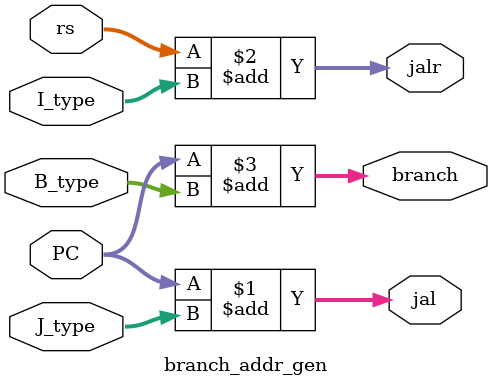
<source format=v>
`timescale 1ns / 1ps

// branch_addr_gen.v
// Members: Daniel Gutierrez
// Description: Generates branches from different instructional formats

module branch_addr_gen(
    input [31:0] PC, J_type, B_type, I_type, rs,
    output [31:0] jal, jalr, branch
    );

    assign jal = PC + J_type;
    assign jalr = rs + I_type;
    assign branch = PC + B_type;
endmodule

</source>
